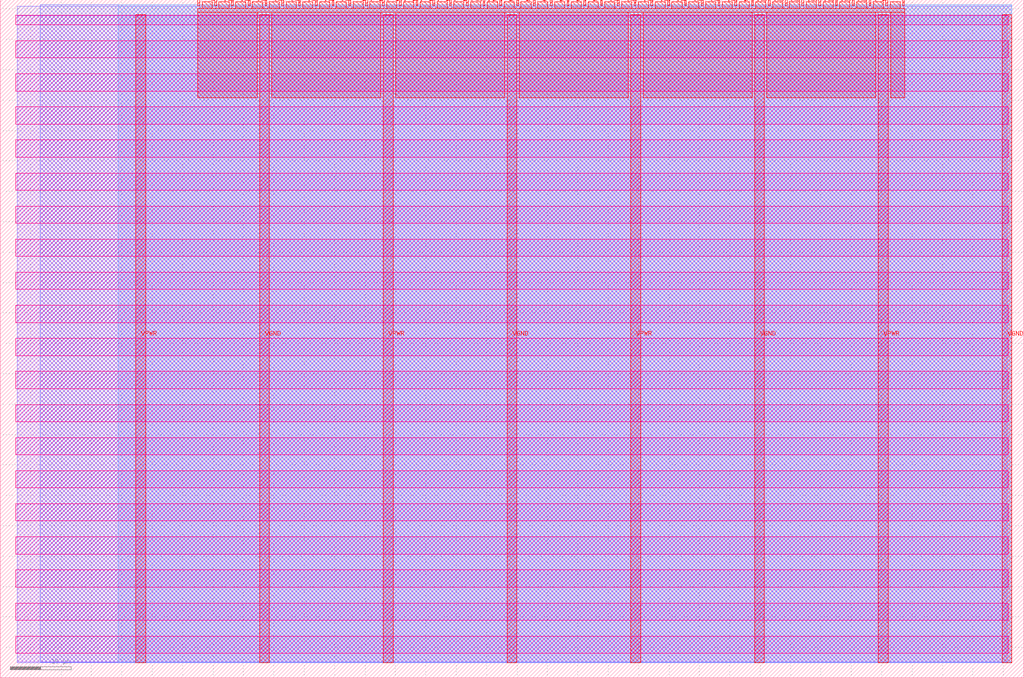
<source format=lef>
VERSION 5.7 ;
  NOWIREEXTENSIONATPIN ON ;
  DIVIDERCHAR "/" ;
  BUSBITCHARS "[]" ;
MACRO tt_um_jleugeri_ticktocktokens_dup
  CLASS BLOCK ;
  FOREIGN tt_um_jleugeri_ticktocktokens_dup ;
  ORIGIN 0.000 0.000 ;
  SIZE 168.360 BY 111.520 ;
  PIN VGND
    DIRECTION INOUT ;
    USE GROUND ;
    PORT
      LAYER met4 ;
        RECT 42.670 2.480 44.270 109.040 ;
    END
    PORT
      LAYER met4 ;
        RECT 83.380 2.480 84.980 109.040 ;
    END
    PORT
      LAYER met4 ;
        RECT 124.090 2.480 125.690 109.040 ;
    END
    PORT
      LAYER met4 ;
        RECT 164.800 2.480 166.400 109.040 ;
    END
  END VGND
  PIN VPWR
    DIRECTION INOUT ;
    USE POWER ;
    PORT
      LAYER met4 ;
        RECT 22.315 2.480 23.915 109.040 ;
    END
    PORT
      LAYER met4 ;
        RECT 63.025 2.480 64.625 109.040 ;
    END
    PORT
      LAYER met4 ;
        RECT 103.735 2.480 105.335 109.040 ;
    END
    PORT
      LAYER met4 ;
        RECT 144.445 2.480 146.045 109.040 ;
    END
  END VPWR
  PIN clk
    DIRECTION INPUT ;
    USE SIGNAL ;
    ANTENNAGATEAREA 0.852000 ;
    PORT
      LAYER met4 ;
        RECT 145.670 110.520 145.970 111.520 ;
    END
  END clk
  PIN ena
    DIRECTION INPUT ;
    USE SIGNAL ;
    ANTENNAGATEAREA 0.213000 ;
    PORT
      LAYER met4 ;
        RECT 148.430 110.520 148.730 111.520 ;
    END
  END ena
  PIN rst_n
    DIRECTION INPUT ;
    USE SIGNAL ;
    ANTENNAGATEAREA 0.196500 ;
    PORT
      LAYER met4 ;
        RECT 142.910 110.520 143.210 111.520 ;
    END
  END rst_n
  PIN ui_in[0]
    DIRECTION INPUT ;
    USE SIGNAL ;
    ANTENNAGATEAREA 0.126000 ;
    PORT
      LAYER met4 ;
        RECT 140.150 110.520 140.450 111.520 ;
    END
  END ui_in[0]
  PIN ui_in[1]
    DIRECTION INPUT ;
    USE SIGNAL ;
    ANTENNAGATEAREA 0.213000 ;
    PORT
      LAYER met4 ;
        RECT 137.390 110.520 137.690 111.520 ;
    END
  END ui_in[1]
  PIN ui_in[2]
    DIRECTION INPUT ;
    USE SIGNAL ;
    ANTENNAGATEAREA 0.196500 ;
    PORT
      LAYER met4 ;
        RECT 134.630 110.520 134.930 111.520 ;
    END
  END ui_in[2]
  PIN ui_in[3]
    DIRECTION INPUT ;
    USE SIGNAL ;
    ANTENNAGATEAREA 0.159000 ;
    PORT
      LAYER met4 ;
        RECT 131.870 110.520 132.170 111.520 ;
    END
  END ui_in[3]
  PIN ui_in[4]
    DIRECTION INPUT ;
    USE SIGNAL ;
    PORT
      LAYER met4 ;
        RECT 129.110 110.520 129.410 111.520 ;
    END
  END ui_in[4]
  PIN ui_in[5]
    DIRECTION INPUT ;
    USE SIGNAL ;
    PORT
      LAYER met4 ;
        RECT 126.350 110.520 126.650 111.520 ;
    END
  END ui_in[5]
  PIN ui_in[6]
    DIRECTION INPUT ;
    USE SIGNAL ;
    PORT
      LAYER met4 ;
        RECT 123.590 110.520 123.890 111.520 ;
    END
  END ui_in[6]
  PIN ui_in[7]
    DIRECTION INPUT ;
    USE SIGNAL ;
    PORT
      LAYER met4 ;
        RECT 120.830 110.520 121.130 111.520 ;
    END
  END ui_in[7]
  PIN uio_in[0]
    DIRECTION INPUT ;
    USE SIGNAL ;
    ANTENNAGATEAREA 0.196500 ;
    PORT
      LAYER met4 ;
        RECT 118.070 110.520 118.370 111.520 ;
    END
  END uio_in[0]
  PIN uio_in[1]
    DIRECTION INPUT ;
    USE SIGNAL ;
    ANTENNAGATEAREA 0.126000 ;
    PORT
      LAYER met4 ;
        RECT 115.310 110.520 115.610 111.520 ;
    END
  END uio_in[1]
  PIN uio_in[2]
    DIRECTION INPUT ;
    USE SIGNAL ;
    ANTENNAGATEAREA 0.196500 ;
    PORT
      LAYER met4 ;
        RECT 112.550 110.520 112.850 111.520 ;
    END
  END uio_in[2]
  PIN uio_in[3]
    DIRECTION INPUT ;
    USE SIGNAL ;
    ANTENNAGATEAREA 0.196500 ;
    PORT
      LAYER met4 ;
        RECT 109.790 110.520 110.090 111.520 ;
    END
  END uio_in[3]
  PIN uio_in[4]
    DIRECTION INPUT ;
    USE SIGNAL ;
    ANTENNAGATEAREA 0.213000 ;
    PORT
      LAYER met4 ;
        RECT 107.030 110.520 107.330 111.520 ;
    END
  END uio_in[4]
  PIN uio_in[5]
    DIRECTION INPUT ;
    USE SIGNAL ;
    ANTENNAGATEAREA 0.126000 ;
    PORT
      LAYER met4 ;
        RECT 104.270 110.520 104.570 111.520 ;
    END
  END uio_in[5]
  PIN uio_in[6]
    DIRECTION INPUT ;
    USE SIGNAL ;
    ANTENNAGATEAREA 0.213000 ;
    PORT
      LAYER met4 ;
        RECT 101.510 110.520 101.810 111.520 ;
    END
  END uio_in[6]
  PIN uio_in[7]
    DIRECTION INPUT ;
    USE SIGNAL ;
    ANTENNAGATEAREA 0.213000 ;
    PORT
      LAYER met4 ;
        RECT 98.750 110.520 99.050 111.520 ;
    END
  END uio_in[7]
  PIN uio_oe[0]
    DIRECTION OUTPUT TRISTATE ;
    USE SIGNAL ;
    PORT
      LAYER met4 ;
        RECT 51.830 110.520 52.130 111.520 ;
    END
  END uio_oe[0]
  PIN uio_oe[1]
    DIRECTION OUTPUT TRISTATE ;
    USE SIGNAL ;
    PORT
      LAYER met4 ;
        RECT 49.070 110.520 49.370 111.520 ;
    END
  END uio_oe[1]
  PIN uio_oe[2]
    DIRECTION OUTPUT TRISTATE ;
    USE SIGNAL ;
    PORT
      LAYER met4 ;
        RECT 46.310 110.520 46.610 111.520 ;
    END
  END uio_oe[2]
  PIN uio_oe[3]
    DIRECTION OUTPUT TRISTATE ;
    USE SIGNAL ;
    PORT
      LAYER met4 ;
        RECT 43.550 110.520 43.850 111.520 ;
    END
  END uio_oe[3]
  PIN uio_oe[4]
    DIRECTION OUTPUT TRISTATE ;
    USE SIGNAL ;
    PORT
      LAYER met4 ;
        RECT 40.790 110.520 41.090 111.520 ;
    END
  END uio_oe[4]
  PIN uio_oe[5]
    DIRECTION OUTPUT TRISTATE ;
    USE SIGNAL ;
    PORT
      LAYER met4 ;
        RECT 38.030 110.520 38.330 111.520 ;
    END
  END uio_oe[5]
  PIN uio_oe[6]
    DIRECTION OUTPUT TRISTATE ;
    USE SIGNAL ;
    PORT
      LAYER met4 ;
        RECT 35.270 110.520 35.570 111.520 ;
    END
  END uio_oe[6]
  PIN uio_oe[7]
    DIRECTION OUTPUT TRISTATE ;
    USE SIGNAL ;
    PORT
      LAYER met4 ;
        RECT 32.510 110.520 32.810 111.520 ;
    END
  END uio_oe[7]
  PIN uio_out[0]
    DIRECTION OUTPUT TRISTATE ;
    USE SIGNAL ;
    PORT
      LAYER met4 ;
        RECT 73.910 110.520 74.210 111.520 ;
    END
  END uio_out[0]
  PIN uio_out[1]
    DIRECTION OUTPUT TRISTATE ;
    USE SIGNAL ;
    PORT
      LAYER met4 ;
        RECT 71.150 110.520 71.450 111.520 ;
    END
  END uio_out[1]
  PIN uio_out[2]
    DIRECTION OUTPUT TRISTATE ;
    USE SIGNAL ;
    PORT
      LAYER met4 ;
        RECT 68.390 110.520 68.690 111.520 ;
    END
  END uio_out[2]
  PIN uio_out[3]
    DIRECTION OUTPUT TRISTATE ;
    USE SIGNAL ;
    PORT
      LAYER met4 ;
        RECT 65.630 110.520 65.930 111.520 ;
    END
  END uio_out[3]
  PIN uio_out[4]
    DIRECTION OUTPUT TRISTATE ;
    USE SIGNAL ;
    PORT
      LAYER met4 ;
        RECT 62.870 110.520 63.170 111.520 ;
    END
  END uio_out[4]
  PIN uio_out[5]
    DIRECTION OUTPUT TRISTATE ;
    USE SIGNAL ;
    PORT
      LAYER met4 ;
        RECT 60.110 110.520 60.410 111.520 ;
    END
  END uio_out[5]
  PIN uio_out[6]
    DIRECTION OUTPUT TRISTATE ;
    USE SIGNAL ;
    PORT
      LAYER met4 ;
        RECT 57.350 110.520 57.650 111.520 ;
    END
  END uio_out[6]
  PIN uio_out[7]
    DIRECTION OUTPUT TRISTATE ;
    USE SIGNAL ;
    PORT
      LAYER met4 ;
        RECT 54.590 110.520 54.890 111.520 ;
    END
  END uio_out[7]
  PIN uo_out[0]
    DIRECTION OUTPUT TRISTATE ;
    USE SIGNAL ;
    ANTENNADIFFAREA 0.795200 ;
    PORT
      LAYER met4 ;
        RECT 95.990 110.520 96.290 111.520 ;
    END
  END uo_out[0]
  PIN uo_out[1]
    DIRECTION OUTPUT TRISTATE ;
    USE SIGNAL ;
    ANTENNADIFFAREA 0.445500 ;
    PORT
      LAYER met4 ;
        RECT 93.230 110.520 93.530 111.520 ;
    END
  END uo_out[1]
  PIN uo_out[2]
    DIRECTION OUTPUT TRISTATE ;
    USE SIGNAL ;
    ANTENNADIFFAREA 0.445500 ;
    PORT
      LAYER met4 ;
        RECT 90.470 110.520 90.770 111.520 ;
    END
  END uo_out[2]
  PIN uo_out[3]
    DIRECTION OUTPUT TRISTATE ;
    USE SIGNAL ;
    ANTENNADIFFAREA 0.445500 ;
    PORT
      LAYER met4 ;
        RECT 87.710 110.520 88.010 111.520 ;
    END
  END uo_out[3]
  PIN uo_out[4]
    DIRECTION OUTPUT TRISTATE ;
    USE SIGNAL ;
    ANTENNADIFFAREA 0.445500 ;
    PORT
      LAYER met4 ;
        RECT 84.950 110.520 85.250 111.520 ;
    END
  END uo_out[4]
  PIN uo_out[5]
    DIRECTION OUTPUT TRISTATE ;
    USE SIGNAL ;
    ANTENNADIFFAREA 0.445500 ;
    PORT
      LAYER met4 ;
        RECT 82.190 110.520 82.490 111.520 ;
    END
  END uo_out[5]
  PIN uo_out[6]
    DIRECTION OUTPUT TRISTATE ;
    USE SIGNAL ;
    ANTENNADIFFAREA 0.445500 ;
    PORT
      LAYER met4 ;
        RECT 79.430 110.520 79.730 111.520 ;
    END
  END uo_out[6]
  PIN uo_out[7]
    DIRECTION OUTPUT TRISTATE ;
    USE SIGNAL ;
    ANTENNADIFFAREA 0.445500 ;
    PORT
      LAYER met4 ;
        RECT 76.670 110.520 76.970 111.520 ;
    END
  END uo_out[7]
  OBS
      LAYER nwell ;
        RECT 2.570 107.385 165.790 108.990 ;
        RECT 2.570 101.945 165.790 104.775 ;
        RECT 2.570 96.505 165.790 99.335 ;
        RECT 2.570 91.065 165.790 93.895 ;
        RECT 2.570 85.625 165.790 88.455 ;
        RECT 2.570 80.185 165.790 83.015 ;
        RECT 2.570 74.745 165.790 77.575 ;
        RECT 2.570 69.305 165.790 72.135 ;
        RECT 2.570 63.865 165.790 66.695 ;
        RECT 2.570 58.425 165.790 61.255 ;
        RECT 2.570 52.985 165.790 55.815 ;
        RECT 2.570 47.545 165.790 50.375 ;
        RECT 2.570 42.105 165.790 44.935 ;
        RECT 2.570 36.665 165.790 39.495 ;
        RECT 2.570 31.225 165.790 34.055 ;
        RECT 2.570 25.785 165.790 28.615 ;
        RECT 2.570 20.345 165.790 23.175 ;
        RECT 2.570 14.905 165.790 17.735 ;
        RECT 2.570 9.465 165.790 12.295 ;
        RECT 2.570 4.025 165.790 6.855 ;
      LAYER li1 ;
        RECT 2.760 2.635 165.600 108.885 ;
      LAYER met1 ;
        RECT 2.760 2.480 166.400 110.460 ;
      LAYER met2 ;
        RECT 6.540 2.535 166.370 110.685 ;
      LAYER met3 ;
        RECT 19.385 2.555 166.390 110.665 ;
      LAYER met4 ;
        RECT 33.210 110.120 34.870 111.170 ;
        RECT 35.970 110.120 37.630 111.170 ;
        RECT 38.730 110.120 40.390 111.170 ;
        RECT 41.490 110.120 43.150 111.170 ;
        RECT 44.250 110.120 45.910 111.170 ;
        RECT 47.010 110.120 48.670 111.170 ;
        RECT 49.770 110.120 51.430 111.170 ;
        RECT 52.530 110.120 54.190 111.170 ;
        RECT 55.290 110.120 56.950 111.170 ;
        RECT 58.050 110.120 59.710 111.170 ;
        RECT 60.810 110.120 62.470 111.170 ;
        RECT 63.570 110.120 65.230 111.170 ;
        RECT 66.330 110.120 67.990 111.170 ;
        RECT 69.090 110.120 70.750 111.170 ;
        RECT 71.850 110.120 73.510 111.170 ;
        RECT 74.610 110.120 76.270 111.170 ;
        RECT 77.370 110.120 79.030 111.170 ;
        RECT 80.130 110.120 81.790 111.170 ;
        RECT 82.890 110.120 84.550 111.170 ;
        RECT 85.650 110.120 87.310 111.170 ;
        RECT 88.410 110.120 90.070 111.170 ;
        RECT 91.170 110.120 92.830 111.170 ;
        RECT 93.930 110.120 95.590 111.170 ;
        RECT 96.690 110.120 98.350 111.170 ;
        RECT 99.450 110.120 101.110 111.170 ;
        RECT 102.210 110.120 103.870 111.170 ;
        RECT 104.970 110.120 106.630 111.170 ;
        RECT 107.730 110.120 109.390 111.170 ;
        RECT 110.490 110.120 112.150 111.170 ;
        RECT 113.250 110.120 114.910 111.170 ;
        RECT 116.010 110.120 117.670 111.170 ;
        RECT 118.770 110.120 120.430 111.170 ;
        RECT 121.530 110.120 123.190 111.170 ;
        RECT 124.290 110.120 125.950 111.170 ;
        RECT 127.050 110.120 128.710 111.170 ;
        RECT 129.810 110.120 131.470 111.170 ;
        RECT 132.570 110.120 134.230 111.170 ;
        RECT 135.330 110.120 136.990 111.170 ;
        RECT 138.090 110.120 139.750 111.170 ;
        RECT 140.850 110.120 142.510 111.170 ;
        RECT 143.610 110.120 145.270 111.170 ;
        RECT 146.370 110.120 148.030 111.170 ;
        RECT 32.495 109.440 148.745 110.120 ;
        RECT 32.495 95.375 42.270 109.440 ;
        RECT 44.670 95.375 62.625 109.440 ;
        RECT 65.025 95.375 82.980 109.440 ;
        RECT 85.380 95.375 103.335 109.440 ;
        RECT 105.735 95.375 123.690 109.440 ;
        RECT 126.090 95.375 144.045 109.440 ;
        RECT 146.445 95.375 148.745 109.440 ;
  END
END tt_um_jleugeri_ticktocktokens_dup
END LIBRARY


</source>
